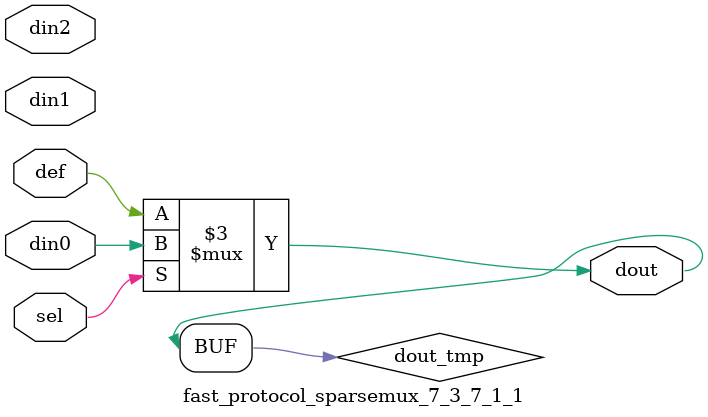
<source format=v>
`timescale 1ns / 1ps

module fast_protocol_sparsemux_7_3_7_1_1 (din0,din1,din2,def,sel,dout);

parameter din0_WIDTH = 1;

parameter din1_WIDTH = 1;

parameter din2_WIDTH = 1;

parameter def_WIDTH = 1;
parameter sel_WIDTH = 1;
parameter dout_WIDTH = 1;

parameter [sel_WIDTH-1:0] CASE0 = 1;

parameter [sel_WIDTH-1:0] CASE1 = 1;

parameter [sel_WIDTH-1:0] CASE2 = 1;

parameter ID = 1;
parameter NUM_STAGE = 1;



input [din0_WIDTH-1:0] din0;

input [din1_WIDTH-1:0] din1;

input [din2_WIDTH-1:0] din2;

input [def_WIDTH-1:0] def;
input [sel_WIDTH-1:0] sel;

output [dout_WIDTH-1:0] dout;



reg [dout_WIDTH-1:0] dout_tmp;


always @ (*) begin
(* parallel_case *) case (sel)
    
    CASE0 : dout_tmp = din0;
    
    CASE1 : dout_tmp = din1;
    
    CASE2 : dout_tmp = din2;
    
    default : dout_tmp = def;
endcase
end


assign dout = dout_tmp;



endmodule

</source>
